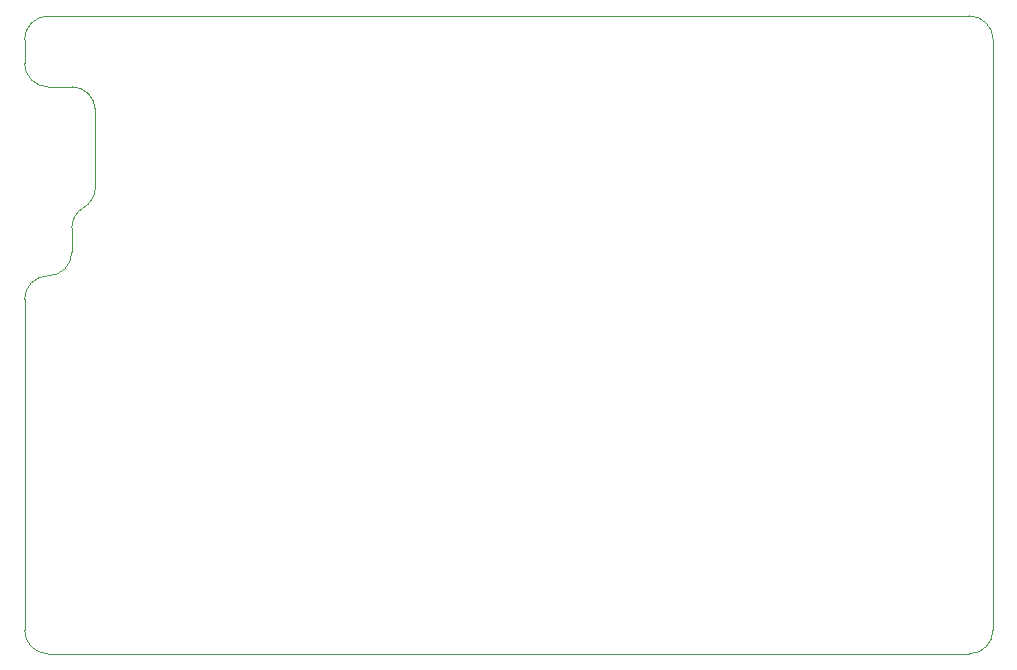
<source format=gbr>
%TF.GenerationSoftware,KiCad,Pcbnew,(5.1.9)-1*%
%TF.CreationDate,2021-05-15T15:43:28+02:00*%
%TF.ProjectId,esp8266temp,65737038-3236-4367-9465-6d702e6b6963,rev?*%
%TF.SameCoordinates,Original*%
%TF.FileFunction,Profile,NP*%
%FSLAX46Y46*%
G04 Gerber Fmt 4.6, Leading zero omitted, Abs format (unit mm)*
G04 Created by KiCad (PCBNEW (5.1.9)-1) date 2021-05-15 15:43:28*
%MOMM*%
%LPD*%
G01*
G04 APERTURE LIST*
%TA.AperFunction,Profile*%
%ADD10C,0.050000*%
%TD*%
G04 APERTURE END LIST*
D10*
X45000000Y-51231949D02*
G75*
G03*
X44000000Y-52964000I1000000J-1732051D01*
G01*
X44000000Y-55000000D02*
X44000000Y-52964000D01*
X40000000Y-59000000D02*
G75*
G02*
X42000000Y-57000000I2000000J0D01*
G01*
X44000000Y-55000000D02*
G75*
G02*
X42000000Y-57000000I-2000000J0D01*
G01*
X45000000Y-51232051D02*
G75*
G03*
X46000000Y-49500000I-1000000J1732051D01*
G01*
X44000000Y-41000000D02*
G75*
G02*
X46000000Y-43000000I0J-2000000D01*
G01*
X42000000Y-41000000D02*
G75*
G02*
X40000000Y-39000000I0J2000000D01*
G01*
X40000000Y-37000000D02*
X40000000Y-39000000D01*
X42000000Y-41000000D02*
X44000000Y-41000000D01*
X46000000Y-49500000D02*
X46000000Y-43000000D01*
X40000000Y-37000000D02*
G75*
G02*
X42000000Y-35000000I2000000J0D01*
G01*
X120000000Y-35000000D02*
G75*
G02*
X122000000Y-37000000I0J-2000000D01*
G01*
X42000000Y-35000000D02*
X120000000Y-35000000D01*
X122000000Y-87000000D02*
G75*
G02*
X120000000Y-89000000I-2000000J0D01*
G01*
X42000000Y-89000000D02*
G75*
G02*
X40000000Y-87000000I0J2000000D01*
G01*
X40000000Y-87000000D02*
X40000000Y-59000000D01*
X122000000Y-87000000D02*
X122000000Y-37000000D01*
X42000000Y-89000000D02*
X120000000Y-89000000D01*
M02*

</source>
